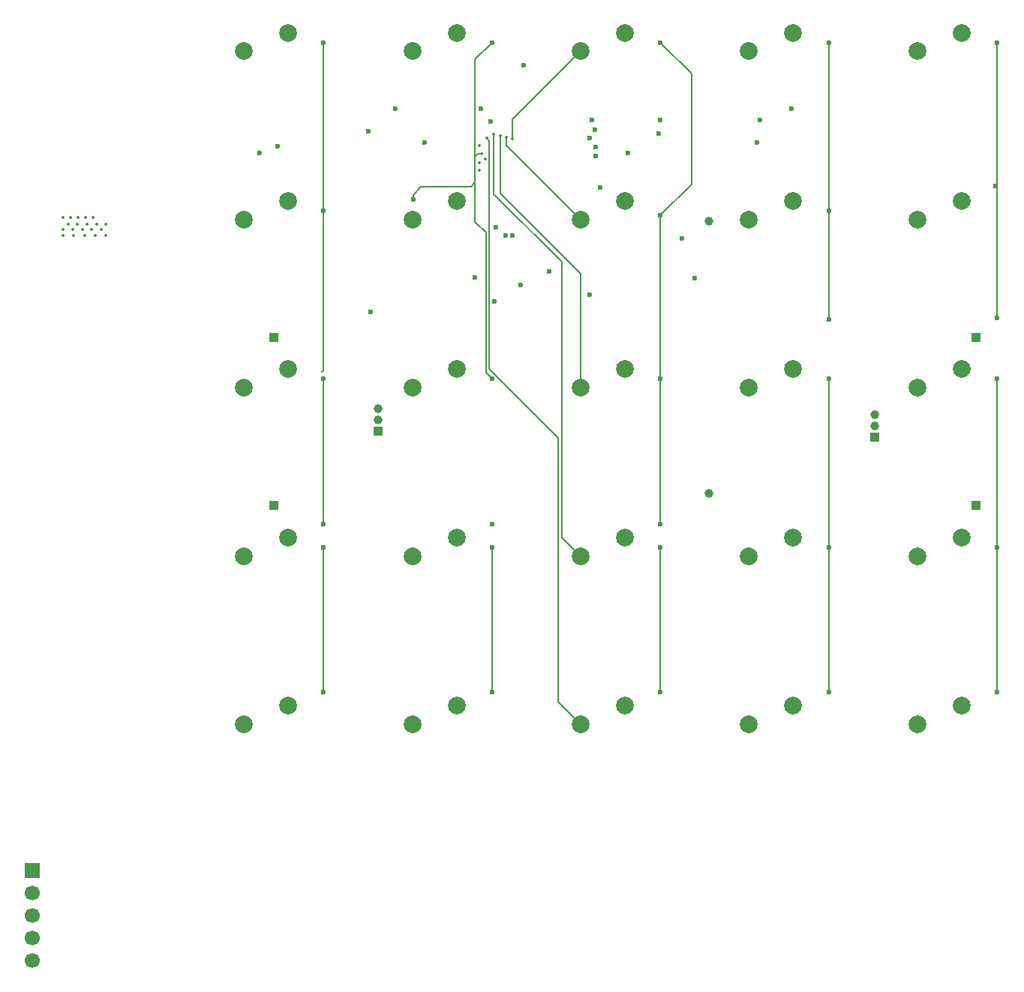
<source format=gbr>
%TF.GenerationSoftware,KiCad,Pcbnew,9.0.2*%
%TF.CreationDate,2026-01-24T20:07:03+01:00*%
%TF.ProjectId,Keymodule,4b65796d-6f64-4756-9c65-2e6b69636164,rev?*%
%TF.SameCoordinates,Original*%
%TF.FileFunction,Copper,L2,Inr*%
%TF.FilePolarity,Positive*%
%FSLAX46Y46*%
G04 Gerber Fmt 4.6, Leading zero omitted, Abs format (unit mm)*
G04 Created by KiCad (PCBNEW 9.0.2) date 2026-01-24 20:07:03*
%MOMM*%
%LPD*%
G01*
G04 APERTURE LIST*
%TA.AperFunction,ComponentPad*%
%ADD10R,1.000000X1.000000*%
%TD*%
%TA.AperFunction,ComponentPad*%
%ADD11C,1.000000*%
%TD*%
%TA.AperFunction,ComponentPad*%
%ADD12R,1.700000X1.700000*%
%TD*%
%TA.AperFunction,ComponentPad*%
%ADD13C,1.700000*%
%TD*%
%TA.AperFunction,ComponentPad*%
%ADD14C,2.000000*%
%TD*%
%TA.AperFunction,ViaPad*%
%ADD15C,0.350000*%
%TD*%
%TA.AperFunction,ViaPad*%
%ADD16C,0.600000*%
%TD*%
%TA.AperFunction,ViaPad*%
%ADD17C,1.000000*%
%TD*%
%TA.AperFunction,Conductor*%
%ADD18C,0.200000*%
%TD*%
G04 APERTURE END LIST*
D10*
%TO.N,potSig*%
%TO.C,J3*%
X72100000Y-101100000D03*
D11*
%TO.N,SDA*%
X72100000Y-99830000D03*
%TO.N,SCL*%
X72100000Y-98560000D03*
%TD*%
D10*
%TO.N,GND*%
%TO.C,J5*%
X139600000Y-109500000D03*
%TD*%
%TO.N,+5V*%
%TO.C,J4*%
X139600000Y-90500000D03*
%TD*%
%TO.N,+5V*%
%TO.C,J1*%
X60400000Y-90500000D03*
%TD*%
D12*
%TO.N,GND*%
%TO.C,J11*%
X33070000Y-150750000D03*
D13*
%TO.N,unconnected-(J11-Pin_2-Pad2)*%
X33070000Y-153290000D03*
%TO.N,Net-(J11-Pin_3)*%
X33070000Y-155830000D03*
%TO.N,Net-(J11-Pin_4)*%
X33070000Y-158370000D03*
%TO.N,+5V*%
X33070000Y-160910000D03*
%TD*%
D10*
%TO.N,GND*%
%TO.C,J2*%
X60400000Y-109500000D03*
%TD*%
D14*
%TO.N,Net-(D20-K)*%
%TO.C,M_SW18*%
X81000000Y-94100000D03*
%TO.N,col2*%
X76000000Y-96200000D03*
%TD*%
%TO.N,Net-(D4-K)*%
%TO.C,M_SW2*%
X138000000Y-75100000D03*
%TO.N,col1*%
X133000000Y-77200000D03*
%TD*%
%TO.N,Net-(D23-K)*%
%TO.C,M_SW21*%
X62000000Y-56100000D03*
%TO.N,col0*%
X57000000Y-58200000D03*
%TD*%
%TO.N,Net-(D22-K)*%
%TO.C,M_SW20*%
X81000000Y-132100000D03*
%TO.N,col4*%
X76000000Y-134200000D03*
%TD*%
%TO.N,Net-(D11-K)*%
%TO.C,M_SW9*%
X119000000Y-113100000D03*
%TO.N,col3*%
X114000000Y-115200000D03*
%TD*%
%TO.N,Net-(D8-K)*%
%TO.C,M_SW6*%
X119000000Y-56100000D03*
%TO.N,col0*%
X114000000Y-58200000D03*
%TD*%
%TO.N,Net-(D7-K)*%
%TO.C,M_SW5*%
X138000000Y-132100000D03*
%TO.N,col4*%
X133000000Y-134200000D03*
%TD*%
%TO.N,Net-(D21-K)*%
%TO.C,M_SW19*%
X81000000Y-113100000D03*
%TO.N,col3*%
X76000000Y-115200000D03*
%TD*%
%TO.N,Net-(D10-K)*%
%TO.C,M_SW8*%
X119000000Y-94100000D03*
%TO.N,col2*%
X114000000Y-96200000D03*
%TD*%
%TO.N,Net-(D14-K)*%
%TO.C,M_SW12*%
X100000000Y-75100000D03*
%TO.N,col1*%
X95000000Y-77200000D03*
%TD*%
%TO.N,Net-(D25-K)*%
%TO.C,M_SW23*%
X62000000Y-94100000D03*
%TO.N,col2*%
X57000000Y-96200000D03*
%TD*%
%TO.N,Net-(D13-K)*%
%TO.C,M_SW11*%
X100000000Y-56100000D03*
%TO.N,col0*%
X95000000Y-58200000D03*
%TD*%
%TO.N,Net-(D18-K)*%
%TO.C,M_SW16*%
X81000000Y-56100000D03*
%TO.N,col0*%
X76000000Y-58200000D03*
%TD*%
%TO.N,Net-(D9-K)*%
%TO.C,M_SW7*%
X119000000Y-75100000D03*
%TO.N,col1*%
X114000000Y-77200000D03*
%TD*%
%TO.N,Net-(D5-K)*%
%TO.C,M_SW3*%
X138000000Y-94100000D03*
%TO.N,col2*%
X133000000Y-96200000D03*
%TD*%
%TO.N,Net-(D26-K)*%
%TO.C,M_SW24*%
X62000000Y-113100000D03*
%TO.N,col3*%
X57000000Y-115200000D03*
%TD*%
%TO.N,Net-(D16-K)*%
%TO.C,M_SW14*%
X100000000Y-113100000D03*
%TO.N,col3*%
X95000000Y-115200000D03*
%TD*%
D10*
%TO.N,potSig*%
%TO.C,J6*%
X128200000Y-101740000D03*
D11*
%TO.N,SDA*%
X128200000Y-100470000D03*
%TO.N,SCL*%
X128200000Y-99200000D03*
%TD*%
D14*
%TO.N,Net-(D50-K)*%
%TO.C,M_SW25*%
X62000000Y-132100000D03*
%TO.N,col4*%
X57000000Y-134200000D03*
%TD*%
%TO.N,Net-(D17-K)*%
%TO.C,M_SW15*%
X100000000Y-132100000D03*
%TO.N,col4*%
X95000000Y-134200000D03*
%TD*%
%TO.N,Net-(D6-K)*%
%TO.C,M_SW4*%
X138000000Y-113100000D03*
%TO.N,col3*%
X133000000Y-115200000D03*
%TD*%
%TO.N,Net-(D15-K)*%
%TO.C,M_SW13*%
X100000000Y-94100000D03*
%TO.N,col2*%
X95000000Y-96200000D03*
%TD*%
%TO.N,Net-(D3-K)*%
%TO.C,M_SW1*%
X138000000Y-56100000D03*
%TO.N,col0*%
X133000000Y-58200000D03*
%TD*%
%TO.N,Net-(D12-K)*%
%TO.C,M_SW10*%
X119000000Y-132100000D03*
%TO.N,col4*%
X114000000Y-134200000D03*
%TD*%
%TO.N,Net-(D19-K)*%
%TO.C,M_SW17*%
X81000000Y-75100000D03*
%TO.N,col1*%
X76000000Y-77200000D03*
%TD*%
%TO.N,Net-(D24-K)*%
%TO.C,M_SW22*%
X62000000Y-75100000D03*
%TO.N,col1*%
X57000000Y-77200000D03*
%TD*%
D15*
%TO.N,*%
X40200000Y-79000000D03*
X40350000Y-77750000D03*
X39280000Y-77750000D03*
X37140000Y-77750000D03*
X38210000Y-77750000D03*
X40000000Y-77000000D03*
X41400000Y-79000000D03*
X36600000Y-77000000D03*
X39150000Y-77000000D03*
X37800000Y-79000000D03*
X36600000Y-78300000D03*
X41420000Y-77750000D03*
X39000000Y-79000000D03*
X38740000Y-78300000D03*
X40880000Y-78300000D03*
X36600000Y-79000000D03*
X39810000Y-78300000D03*
X37450000Y-77000000D03*
X38300000Y-77000000D03*
X37670000Y-78300000D03*
D16*
%TO.N,+5V*%
X114900000Y-68500000D03*
X96600000Y-67100000D03*
X77400000Y-68501000D03*
X71300000Y-87600000D03*
X60800000Y-68900000D03*
%TO.N,GND*%
X104000000Y-66000000D03*
X71000000Y-67200000D03*
X91464156Y-83034315D03*
X74100000Y-64700000D03*
X107900000Y-83800000D03*
D17*
X109500000Y-108100000D03*
D16*
X83700000Y-64700000D03*
D17*
X109500000Y-77400000D03*
D16*
X83100000Y-83700000D03*
X118800000Y-64700000D03*
X88211465Y-84589950D03*
X100300000Y-69700000D03*
X88600000Y-59800000D03*
X58800000Y-69700000D03*
X97200000Y-73600000D03*
X96000000Y-68000000D03*
%TO.N,+1V1*%
X85400000Y-78042422D03*
%TO.N,row0*%
X142000000Y-130600000D03*
X142000000Y-57200000D03*
X142000000Y-88300000D03*
X142000000Y-114200000D03*
X142000000Y-95200000D03*
D15*
X83575000Y-71600000D03*
D16*
X141800000Y-73400000D03*
%TO.N,row1*%
X106400000Y-79300000D03*
D15*
X83594742Y-70819742D03*
D16*
X123000000Y-95200000D03*
X123000000Y-76200000D03*
X123000000Y-57200000D03*
X123000000Y-130600000D03*
X123000000Y-114200000D03*
X123000000Y-88500000D03*
D15*
%TO.N,row2*%
X84226000Y-70400000D03*
D16*
X104000000Y-111600000D03*
X104000000Y-76700000D03*
X104000000Y-95200000D03*
X104000000Y-114200000D03*
X104000000Y-57200000D03*
X104000000Y-130600000D03*
%TO.N,row3*%
X85000000Y-114200000D03*
X76100000Y-74900000D03*
X85000000Y-130600000D03*
X85000000Y-111600000D03*
D15*
X83800000Y-69800000D03*
D16*
X85000000Y-95200000D03*
X85000000Y-57200000D03*
%TO.N,row4*%
X66000000Y-57200000D03*
X66000000Y-95200000D03*
X66000000Y-76200000D03*
X66000000Y-114200000D03*
X66000000Y-130600000D03*
X66000000Y-111600000D03*
D15*
X83600000Y-68800000D03*
D16*
%TO.N,Net-(J11-Pin_3)*%
X96700000Y-69000000D03*
%TO.N,Net-(J11-Pin_4)*%
X96700000Y-70000000D03*
%TO.N,SCL*%
X87300000Y-79000000D03*
%TO.N,SDA*%
X86500000Y-79000000D03*
%TO.N,Net-(L2-DOUT)*%
X84800000Y-66100000D03*
X96300000Y-66000000D03*
%TO.N,Net-(L3-DOUT)*%
X103800000Y-67500000D03*
X115200000Y-65950000D03*
%TO.N,Net-(L7-DOUT)*%
X85301000Y-86450000D03*
X96000000Y-85700000D03*
D15*
%TO.N,col0*%
X87300000Y-68100000D03*
%TO.N,col1*%
X86600000Y-67900000D03*
%TO.N,col2*%
X85900000Y-67700000D03*
%TO.N,col3*%
X85200000Y-67600000D03*
%TO.N,col4*%
X84400000Y-68000000D03*
%TD*%
D18*
%TO.N,row0*%
X142000000Y-95200000D02*
X142000000Y-114200000D01*
X142000000Y-57200000D02*
X142000000Y-76200000D01*
X142000000Y-76200000D02*
X142000000Y-88300000D01*
X142000000Y-114200000D02*
X142000000Y-130600000D01*
%TO.N,row1*%
X123000000Y-76200000D02*
X123000000Y-88500000D01*
X123000000Y-95200000D02*
X123000000Y-114200000D01*
X123000000Y-76200000D02*
X123000000Y-57200000D01*
X123000000Y-114200000D02*
X123000000Y-130600000D01*
%TO.N,row2*%
X104000000Y-95200000D02*
X104000000Y-111600000D01*
X104000000Y-95200000D02*
X104000000Y-76700000D01*
X107500000Y-73200000D02*
X104000000Y-76700000D01*
X107500000Y-60700000D02*
X107500000Y-73200000D01*
X104000000Y-114200000D02*
X104000000Y-130600000D01*
X104000000Y-57200000D02*
X107500000Y-60700000D01*
%TO.N,row3*%
X83100000Y-77500001D02*
X84300000Y-78700001D01*
X76100000Y-74400000D02*
X77000000Y-73500000D01*
X83100000Y-59100000D02*
X85000000Y-57200000D01*
X83100000Y-72900000D02*
X83100000Y-77500001D01*
X76100000Y-74900000D02*
X76100000Y-74400000D01*
X77000000Y-73500000D02*
X82600000Y-73500000D01*
X82600000Y-73500000D02*
X83100000Y-73000000D01*
X84300000Y-78700001D02*
X84300000Y-94500000D01*
X83100000Y-72900000D02*
X83100000Y-70100000D01*
X83400000Y-69800000D02*
X83100000Y-70100000D01*
X85000000Y-114200000D02*
X85000000Y-130600000D01*
X84300000Y-94500000D02*
X85000000Y-95200000D01*
X83100000Y-73000000D02*
X83100000Y-72900000D01*
X83100000Y-70100000D02*
X83100000Y-59100000D01*
X83800000Y-69800000D02*
X83400000Y-69800000D01*
%TO.N,row4*%
X66000000Y-95200000D02*
X66000000Y-111600000D01*
X66000000Y-114200000D02*
X66000000Y-130600000D01*
X66000000Y-76200000D02*
X66000000Y-94200000D01*
X66000000Y-94200000D02*
X65800000Y-94400000D01*
X66000000Y-57200000D02*
X66000000Y-76200000D01*
%TO.N,col0*%
X87300000Y-68100000D02*
X87300000Y-65900000D01*
X87300000Y-65900000D02*
X95000000Y-58200000D01*
%TO.N,col1*%
X86600000Y-68800000D02*
X95000000Y-77200000D01*
X86600000Y-67900000D02*
X86600000Y-68800000D01*
%TO.N,col2*%
X85900000Y-74239892D02*
X95000000Y-83339892D01*
X85900000Y-67700000D02*
X85900000Y-74239892D01*
X95000000Y-83339892D02*
X95000000Y-96200000D01*
%TO.N,col3*%
X85200000Y-74300000D02*
X92900000Y-82000000D01*
X92900000Y-82000000D02*
X92900000Y-113100000D01*
X85200000Y-67600000D02*
X85200000Y-74300000D01*
X92900000Y-113100000D02*
X95000000Y-115200000D01*
%TO.N,col4*%
X84400000Y-68000000D02*
X84701000Y-68301000D01*
X92499000Y-131699000D02*
X95000000Y-134200000D01*
X84701000Y-94051057D02*
X92499000Y-101849057D01*
X84701000Y-68301000D02*
X84701000Y-94051057D01*
X92499000Y-101849057D02*
X92499000Y-131699000D01*
%TD*%
M02*

</source>
